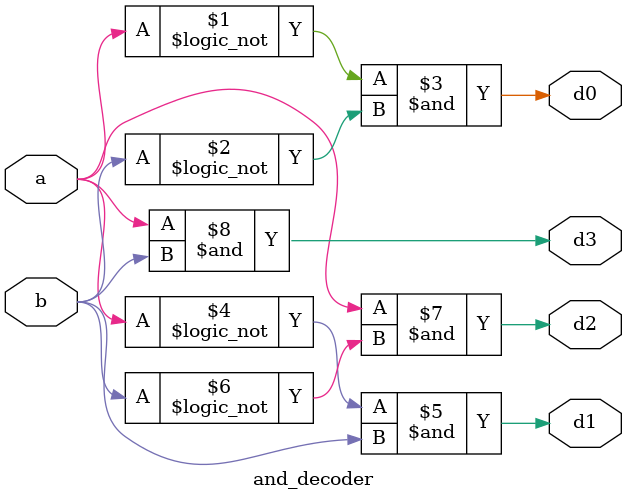
<source format=v>
`timescale 1ns / 1ps


module and_decoder(
    input a, b,
    output d0, d1, d2, d3
    );

assign d0 = !a & !b;
assign d1 = !a & b;
assign d2 = a & !b;
assign d3 = a & b;
endmodule

</source>
